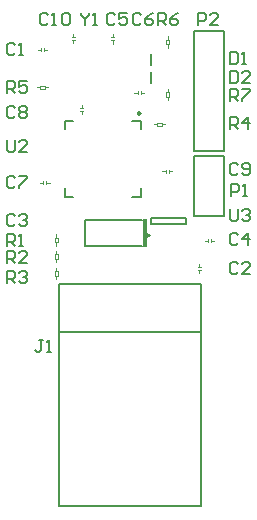
<source format=gto>
G04*
G04 #@! TF.GenerationSoftware,Altium Limited,Altium Designer,20.1.8 (145)*
G04*
G04 Layer_Color=65535*
%FSLAX25Y25*%
%MOIN*%
G70*
G04*
G04 #@! TF.SameCoordinates,9520363F-8405-43F2-999A-1BF51871F706*
G04*
G04*
G04 #@! TF.FilePolarity,Positive*
G04*
G01*
G75*
%ADD10C,0.00984*%
%ADD11C,0.00394*%
%ADD12C,0.00787*%
%ADD13C,0.00394*%
%ADD14C,0.00591*%
%ADD15C,0.00700*%
%ADD16R,0.01646X0.09400*%
D10*
X556259Y251817D02*
X555521Y252243D01*
Y251390D01*
X556259Y251817D01*
X559005Y211100D02*
X558267Y211526D01*
Y210674D01*
X559005Y211100D01*
D11*
X551197Y259800D02*
D03*
D12*
X574100Y217600D02*
Y237600D01*
Y217600D02*
X584100D01*
Y237600D01*
X574100D02*
X584100D01*
X529136Y178945D02*
X576380D01*
Y120677D02*
Y194890D01*
X529136Y120677D02*
Y194890D01*
Y120677D02*
X576380D01*
X529136Y194890D02*
X576380D01*
X531042Y246541D02*
Y249257D01*
X533759D01*
X531042Y223942D02*
Y226659D01*
Y223942D02*
X533759D01*
X553641D02*
X556357D01*
Y226659D01*
Y246541D02*
Y249257D01*
X553641D02*
X556357D01*
X574100Y279100D02*
X584100D01*
Y239100D02*
Y279100D01*
X574100Y239100D02*
Y279100D01*
Y239100D02*
X584100D01*
X559694Y214840D02*
Y216809D01*
X571505Y214840D02*
Y216809D01*
X559694Y214840D02*
X571505D01*
X559694Y216809D02*
X571505D01*
D13*
X528254Y207626D02*
Y208700D01*
X527753Y210300D02*
X528754D01*
X527753Y208700D02*
X528754D01*
X528254Y210300D02*
Y211375D01*
X527753Y208700D02*
Y210300D01*
X528754Y208700D02*
Y210300D01*
X528254Y202076D02*
Y203150D01*
X527753Y204750D02*
X528754D01*
X527753Y203150D02*
X528754D01*
X528254Y204750D02*
Y205825D01*
X527753Y203150D02*
Y204750D01*
X528754Y203150D02*
Y204750D01*
X528254Y196526D02*
Y197600D01*
X527753Y199200D02*
X528754D01*
X527753Y197600D02*
X528754D01*
X528254Y199200D02*
Y200275D01*
X527753Y197600D02*
Y199200D01*
X528754Y197600D02*
Y199200D01*
X575900Y198325D02*
Y199400D01*
X575400Y200400D02*
X576400D01*
X575400Y199400D02*
X576400D01*
X575900Y200400D02*
Y201474D01*
X577825Y209200D02*
X578900D01*
X579900Y208700D02*
Y209700D01*
X578900Y208700D02*
Y209700D01*
X579900Y209200D02*
X580974D01*
X525000Y228600D02*
X526075D01*
X524000Y228100D02*
Y229100D01*
X525000Y228100D02*
Y229100D01*
X522926Y228600D02*
X524000D01*
X536700Y253500D02*
Y254575D01*
X536200Y252500D02*
X537200D01*
X536200Y253500D02*
X537200D01*
X536700Y251426D02*
Y252500D01*
X521726Y260347D02*
X522800D01*
X524400Y259846D02*
Y260846D01*
X522800Y259846D02*
Y260846D01*
X524400Y260347D02*
X525475D01*
X522800Y260846D02*
X524400D01*
X522800Y259846D02*
X524400D01*
X534000Y277100D02*
Y278175D01*
X533500Y276100D02*
X534500D01*
X533500Y277100D02*
X534500D01*
X534000Y275026D02*
Y276100D01*
X547100Y274925D02*
Y276000D01*
X546600Y277000D02*
X547600D01*
X546600Y276000D02*
X547600D01*
X547100Y277000D02*
Y278074D01*
X524100Y272893D02*
X525175D01*
X523100Y272393D02*
Y273393D01*
X524100Y272393D02*
Y273393D01*
X522026Y272893D02*
X523100D01*
X565500Y276300D02*
Y277374D01*
X565000Y274700D02*
X566000D01*
X565000Y276300D02*
X566000D01*
X565500Y273625D02*
Y274700D01*
X566000D02*
Y276300D01*
X565000Y274700D02*
Y276300D01*
X554325Y258646D02*
X555400D01*
X556400Y258147D02*
Y259146D01*
X555400Y258147D02*
Y259146D01*
X556400Y258646D02*
X557474D01*
X565500Y258700D02*
Y259774D01*
X565000Y257100D02*
X566000D01*
X565000Y258700D02*
X566000D01*
X565500Y256025D02*
Y257100D01*
X566000D02*
Y258700D01*
X565000Y257100D02*
Y258700D01*
X563400Y248000D02*
X564474D01*
X561800Y247500D02*
Y248500D01*
X563400Y247500D02*
Y248500D01*
X560725Y248000D02*
X561800D01*
Y247500D02*
X563400D01*
X561800Y248500D02*
X563400D01*
X563625Y232353D02*
X564700D01*
X565700Y231854D02*
Y232854D01*
X564700Y231854D02*
Y232854D01*
X565700Y232353D02*
X566774D01*
D14*
X537789Y207630D02*
X556883D01*
X537789Y216292D02*
X556883D01*
X537789Y207630D02*
Y216292D01*
X559883Y261967D02*
Y265605D01*
Y267834D02*
Y271471D01*
D15*
X586300Y265899D02*
Y261900D01*
X588299D01*
X588966Y262566D01*
Y265232D01*
X588299Y265899D01*
X586300D01*
X592965Y261900D02*
X590299D01*
X592965Y264566D01*
Y265232D01*
X592298Y265899D01*
X590965D01*
X590299Y265232D01*
X586300Y272099D02*
Y268100D01*
X588299D01*
X588966Y268766D01*
Y271432D01*
X588299Y272099D01*
X586300D01*
X590299Y268100D02*
X591632D01*
X590965D01*
Y272099D01*
X590299Y271432D01*
X523866Y175999D02*
X522533D01*
X523199D01*
Y172667D01*
X522533Y172000D01*
X521866D01*
X521200Y172667D01*
X525199Y172000D02*
X526532D01*
X525865D01*
Y175999D01*
X525199Y175332D01*
X575500Y281100D02*
Y285099D01*
X577499D01*
X578166Y284432D01*
Y283099D01*
X577499Y282433D01*
X575500D01*
X582164Y281100D02*
X579499D01*
X582164Y283766D01*
Y284432D01*
X581498Y285099D01*
X580165D01*
X579499Y284432D01*
X536600Y285099D02*
Y284432D01*
X537933Y283099D01*
X539266Y284432D01*
Y285099D01*
X537933Y283099D02*
Y281100D01*
X540599D02*
X541932D01*
X541265D01*
Y285099D01*
X540599Y284432D01*
X511900Y242699D02*
Y239366D01*
X512566Y238700D01*
X513899D01*
X514566Y239366D01*
Y242699D01*
X518565Y238700D02*
X515899D01*
X518565Y241366D01*
Y242032D01*
X517898Y242699D01*
X516565D01*
X515899Y242032D01*
X586300Y219899D02*
Y216566D01*
X586966Y215900D01*
X588299D01*
X588966Y216566D01*
Y219899D01*
X590299Y219232D02*
X590965Y219899D01*
X592298D01*
X592965Y219232D01*
Y218566D01*
X592298Y217899D01*
X591632D01*
X592298D01*
X592965Y217233D01*
Y216566D01*
X592298Y215900D01*
X590965D01*
X590299Y216566D01*
X586300Y255800D02*
Y259799D01*
X588299D01*
X588966Y259132D01*
Y257799D01*
X588299Y257133D01*
X586300D01*
X587633D02*
X588966Y255800D01*
X590299Y259799D02*
X592965D01*
Y259132D01*
X590299Y256466D01*
Y255800D01*
X562300Y281100D02*
Y285099D01*
X564299D01*
X564966Y284432D01*
Y283099D01*
X564299Y282433D01*
X562300D01*
X563633D02*
X564966Y281100D01*
X568964Y285099D02*
X567632Y284432D01*
X566299Y283099D01*
Y281766D01*
X566965Y281100D01*
X568298D01*
X568964Y281766D01*
Y282433D01*
X568298Y283099D01*
X566299D01*
X511900Y258500D02*
Y262499D01*
X513899D01*
X514566Y261832D01*
Y260499D01*
X513899Y259833D01*
X511900D01*
X513233D02*
X514566Y258500D01*
X518565Y262499D02*
X515899D01*
Y260499D01*
X517232Y261166D01*
X517898D01*
X518565Y260499D01*
Y259166D01*
X517898Y258500D01*
X516565D01*
X515899Y259166D01*
X586300Y246500D02*
Y250499D01*
X588299D01*
X588966Y249832D01*
Y248499D01*
X588299Y247833D01*
X586300D01*
X587633D02*
X588966Y246500D01*
X592298D02*
Y250499D01*
X590299Y248499D01*
X592965D01*
X511900Y195300D02*
Y199299D01*
X513899D01*
X514566Y198632D01*
Y197299D01*
X513899Y196633D01*
X511900D01*
X513233D02*
X514566Y195300D01*
X515899Y198632D02*
X516565Y199299D01*
X517898D01*
X518565Y198632D01*
Y197966D01*
X517898Y197299D01*
X517232D01*
X517898D01*
X518565Y196633D01*
Y195966D01*
X517898Y195300D01*
X516565D01*
X515899Y195966D01*
X511900Y201700D02*
Y205699D01*
X513899D01*
X514566Y205032D01*
Y203699D01*
X513899Y203033D01*
X511900D01*
X513233D02*
X514566Y201700D01*
X518565D02*
X515899D01*
X518565Y204366D01*
Y205032D01*
X517898Y205699D01*
X516565D01*
X515899Y205032D01*
X511900Y207600D02*
Y211599D01*
X513899D01*
X514566Y210932D01*
Y209599D01*
X513899Y208933D01*
X511900D01*
X513233D02*
X514566Y207600D01*
X515899D02*
X517232D01*
X516565D01*
Y211599D01*
X515899Y210932D01*
X586500Y224000D02*
Y227999D01*
X588499D01*
X589166Y227332D01*
Y225999D01*
X588499Y225333D01*
X586500D01*
X590499Y224000D02*
X591832D01*
X591165D01*
Y227999D01*
X590499Y227332D01*
X525566Y284432D02*
X524899Y285099D01*
X523566D01*
X522900Y284432D01*
Y281766D01*
X523566Y281100D01*
X524899D01*
X525566Y281766D01*
X526899Y281100D02*
X528232D01*
X527565D01*
Y285099D01*
X526899Y284432D01*
X530231D02*
X530897Y285099D01*
X532230D01*
X532897Y284432D01*
Y281766D01*
X532230Y281100D01*
X530897D01*
X530231Y281766D01*
Y284432D01*
X588966Y234632D02*
X588299Y235299D01*
X586966D01*
X586300Y234632D01*
Y231966D01*
X586966Y231300D01*
X588299D01*
X588966Y231966D01*
X590299D02*
X590965Y231300D01*
X592298D01*
X592965Y231966D01*
Y234632D01*
X592298Y235299D01*
X590965D01*
X590299Y234632D01*
Y233966D01*
X590965Y233299D01*
X592965D01*
X514566Y253532D02*
X513899Y254199D01*
X512566D01*
X511900Y253532D01*
Y250866D01*
X512566Y250200D01*
X513899D01*
X514566Y250866D01*
X515899Y253532D02*
X516565Y254199D01*
X517898D01*
X518565Y253532D01*
Y252866D01*
X517898Y252199D01*
X518565Y251533D01*
Y250866D01*
X517898Y250200D01*
X516565D01*
X515899Y250866D01*
Y251533D01*
X516565Y252199D01*
X515899Y252866D01*
Y253532D01*
X516565Y252199D02*
X517898D01*
X514566Y230132D02*
X513899Y230799D01*
X512566D01*
X511900Y230132D01*
Y227466D01*
X512566Y226800D01*
X513899D01*
X514566Y227466D01*
X515899Y230799D02*
X518565D01*
Y230132D01*
X515899Y227466D01*
Y226800D01*
X556566Y284432D02*
X555899Y285099D01*
X554566D01*
X553900Y284432D01*
Y281766D01*
X554566Y281100D01*
X555899D01*
X556566Y281766D01*
X560565Y285099D02*
X559232Y284432D01*
X557899Y283099D01*
Y281766D01*
X558565Y281100D01*
X559898D01*
X560565Y281766D01*
Y282433D01*
X559898Y283099D01*
X557899D01*
X547766Y284432D02*
X547099Y285099D01*
X545766D01*
X545100Y284432D01*
Y281766D01*
X545766Y281100D01*
X547099D01*
X547766Y281766D01*
X551764Y285099D02*
X549099D01*
Y283099D01*
X550432Y283766D01*
X551098D01*
X551764Y283099D01*
Y281766D01*
X551098Y281100D01*
X549765D01*
X549099Y281766D01*
X588966Y211232D02*
X588299Y211899D01*
X586966D01*
X586300Y211232D01*
Y208566D01*
X586966Y207900D01*
X588299D01*
X588966Y208566D01*
X592298Y207900D02*
Y211899D01*
X590299Y209899D01*
X592965D01*
X514566Y217632D02*
X513899Y218299D01*
X512566D01*
X511900Y217632D01*
Y214966D01*
X512566Y214300D01*
X513899D01*
X514566Y214966D01*
X515899Y217632D02*
X516565Y218299D01*
X517898D01*
X518565Y217632D01*
Y216966D01*
X517898Y216299D01*
X517232D01*
X517898D01*
X518565Y215633D01*
Y214966D01*
X517898Y214300D01*
X516565D01*
X515899Y214966D01*
X588966Y201632D02*
X588299Y202299D01*
X586966D01*
X586300Y201632D01*
Y198967D01*
X586966Y198300D01*
X588299D01*
X588966Y198967D01*
X592965Y198300D02*
X590299D01*
X592965Y200966D01*
Y201632D01*
X592298Y202299D01*
X590965D01*
X590299Y201632D01*
X514566Y274632D02*
X513899Y275299D01*
X512566D01*
X511900Y274632D01*
Y271966D01*
X512566Y271300D01*
X513899D01*
X514566Y271966D01*
X515899Y271300D02*
X517232D01*
X516565D01*
Y275299D01*
X515899Y274632D01*
D16*
X557723Y211961D02*
D03*
M02*

</source>
